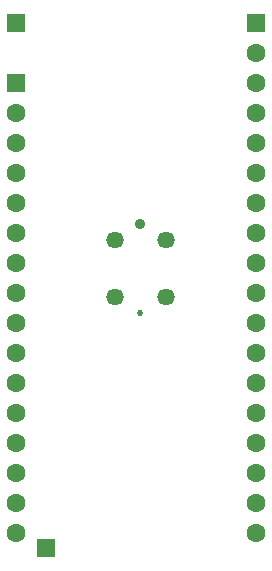
<source format=gbr>
%TF.GenerationSoftware,KiCad,Pcbnew,9.0.7-9.0.7~ubuntu22.04.1*%
%TF.CreationDate,2026-02-15T22:28:32-07:00*%
%TF.ProjectId,ESP32-S3-MINI-1_UU,45535033-322d-4533-932d-4d494e492d31,rev?*%
%TF.SameCoordinates,Original*%
%TF.FileFunction,Soldermask,Bot*%
%TF.FilePolarity,Negative*%
%FSLAX46Y46*%
G04 Gerber Fmt 4.6, Leading zero omitted, Abs format (unit mm)*
G04 Created by KiCad (PCBNEW 9.0.7-9.0.7~ubuntu22.04.1) date 2026-02-15 22:28:32*
%MOMM*%
%LPD*%
G01*
G04 APERTURE LIST*
%ADD10C,1.600000*%
%ADD11R,1.600000X1.600000*%
%ADD12C,0.520000*%
%ADD13C,0.890000*%
%ADD14C,1.460000*%
G04 APERTURE END LIST*
D10*
%TO.C,J9*%
X192560000Y-157450000D03*
X192560000Y-154910000D03*
X192560000Y-152370000D03*
X192560000Y-149830000D03*
X192560000Y-147290000D03*
X192560000Y-144750000D03*
X192560000Y-142210000D03*
X192560000Y-139670000D03*
X192560000Y-137130000D03*
X192560000Y-134590000D03*
X192560000Y-132050000D03*
X192560000Y-129510000D03*
X192560000Y-126970000D03*
X192560000Y-124430000D03*
X192560000Y-121890000D03*
X192560000Y-119350000D03*
X192560000Y-116810000D03*
D11*
X192560000Y-114270000D03*
%TD*%
%TO.C,J8*%
X172240000Y-119350000D03*
D10*
X172240000Y-121890000D03*
X172240000Y-124430000D03*
X172240000Y-126970000D03*
X172240000Y-129510000D03*
X172240000Y-132050000D03*
X172240000Y-134590000D03*
X172240000Y-137130000D03*
X172240000Y-139670000D03*
X172240000Y-142210000D03*
X172240000Y-144750000D03*
X172240000Y-147290000D03*
X172240000Y-149830000D03*
X172240000Y-152370000D03*
X172240000Y-154910000D03*
X172240000Y-157450000D03*
%TD*%
D11*
%TO.C,J7*%
X174780000Y-158733000D03*
%TD*%
%TO.C,J4*%
X172240000Y-114270000D03*
%TD*%
D12*
%TO.C,J2*%
X182785000Y-138800000D03*
D13*
X182785000Y-131300000D03*
D14*
X180635000Y-137450000D03*
X180635000Y-132650000D03*
X184935000Y-132650000D03*
X184935000Y-137450000D03*
%TD*%
M02*

</source>
